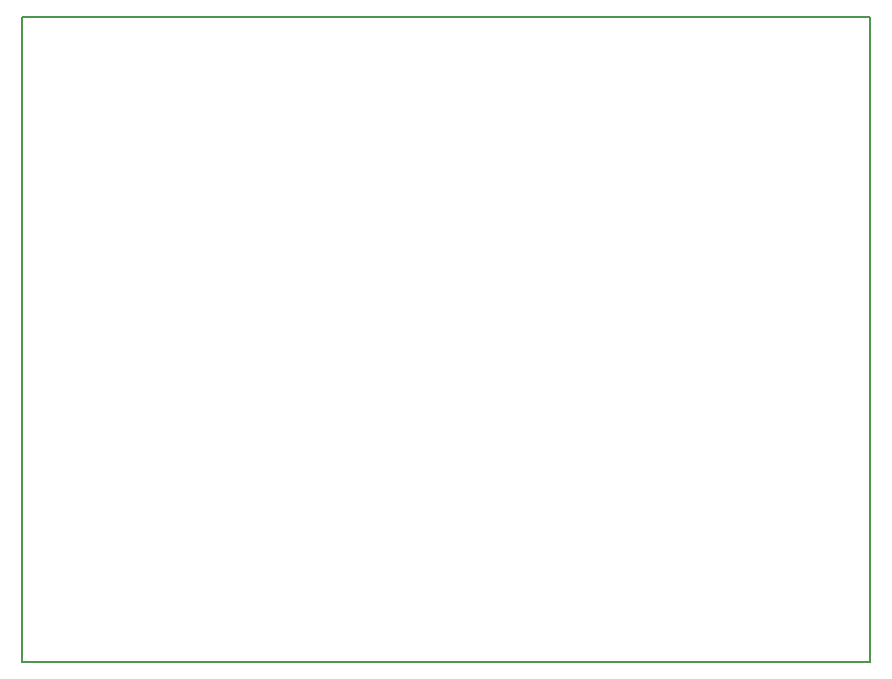
<source format=gbr>
G04 #@! TF.FileFunction,Profile,NP*
%FSLAX46Y46*%
G04 Gerber Fmt 4.6, Leading zero omitted, Abs format (unit mm)*
G04 Created by KiCad (PCBNEW 4.0.1-stable) date 10/30/2017 21:56:46*
%MOMM*%
G01*
G04 APERTURE LIST*
%ADD10C,0.100000*%
%ADD11C,0.150000*%
G04 APERTURE END LIST*
D10*
D11*
X99060000Y-114935000D02*
X99060000Y-60325000D01*
X170815000Y-114935000D02*
X99060000Y-114935000D01*
X170815000Y-60325000D02*
X170815000Y-114935000D01*
X99060000Y-60325000D02*
X170815000Y-60325000D01*
M02*

</source>
